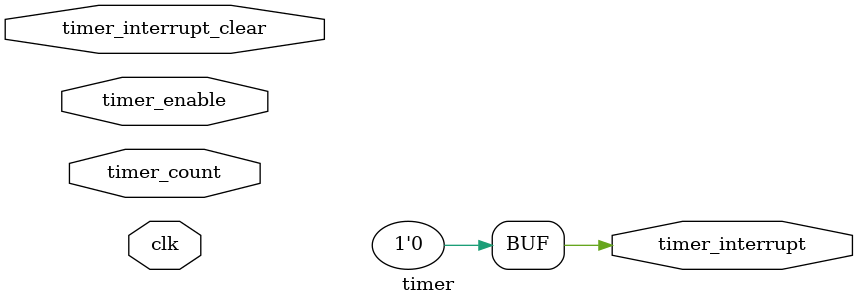
<source format=v>

module timer (/*AUTOARG*/
   // Outputs
   timer_interrupt,
   // Inputs
   clk, timer_count, timer_enable, timer_interrupt_clear
   ) ;
   input clk;
   input [31:0] timer_count;
   input        timer_enable;
   input        timer_interrupt_clear;   
   output       timer_interrupt;

   //
   // Registers
   //
   reg [31:0]   count = 32'h0000_0000;
   reg          timer_interrupt = 1'b0;
   reg          interrupt = 1'b0;
   
   //
   // Wires
   //
   assign timer_expired = (count >= timer_count);
   
   always @(posedge clk)
     if (timer_enable  && !timer_expired) begin
        count <= count + 1;        
     end else begin
        count <= 32'h0000_0000;        
     end
       
   //
   // Interrupt
   //
   always @(posedge clk)
     if (timer_enable  & !timer_interrupt_clear) begin
        interrupt <= timer_expired;        
     end else begin
        interrupt <= 1'b0;        
     end
   
endmodule // timer

</source>
